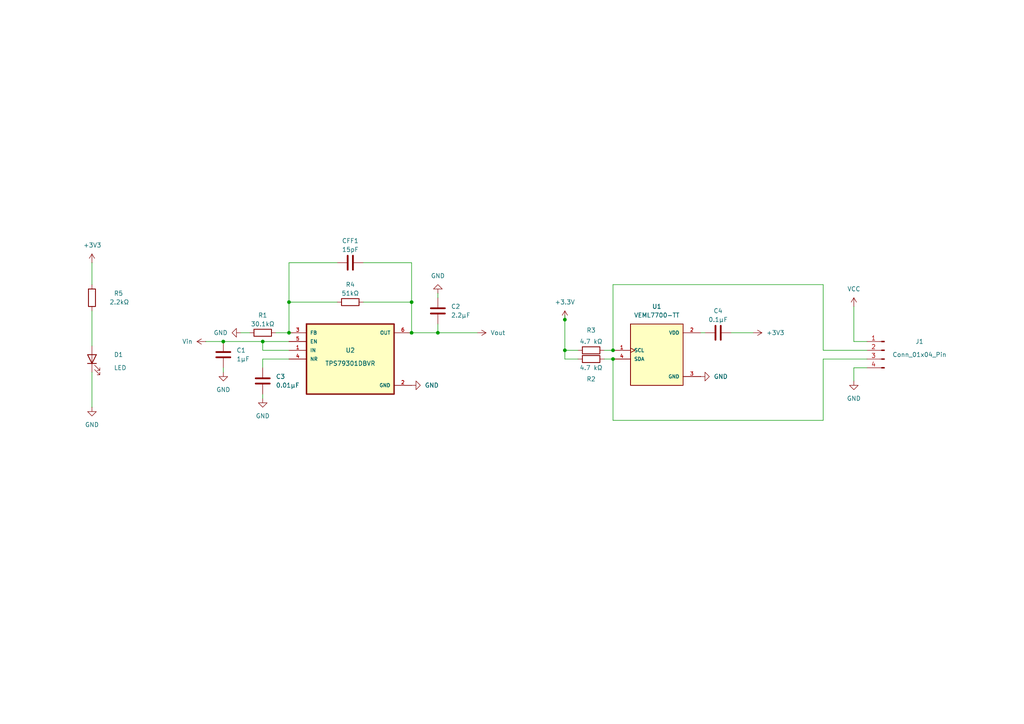
<source format=kicad_sch>
(kicad_sch (version 20250114) (generator "eeschema") (generator_version "9.0")
  (paper "A4")
  (lib_symbols
    (symbol "Connector:Conn_01x04_Pin" (pin_names (offset 1.016) (hide yes))
      (property "Reference" "J1" (at -10.16 2.54 0))
      (property "Value" "Conn_01x04_Pin" (at -10.16 -1.27 0))
      (symbol "Conn_01x04_Pin_1_1"
        (rectangle (start 0.8636 2.667) (end 0 2.413) (stroke (width 0.1524)) (fill (type outline)))
        (rectangle (start 0.8636 0.127) (end 0 -0.127) (stroke (width 0.1524)) (fill (type outline)))
        (rectangle (start 0.8636 -2.413) (end 0 -2.667) (stroke (width 0.1524)) (fill (type outline)))
        (rectangle (start 0.8636 -4.953) (end 0 -5.207) (stroke (width 0.1524)) (fill (type outline)))
        (polyline (pts (xy 1.27 2.54) (xy 0.8636 2.54)) (stroke (width 0.1524)))
        (polyline (pts (xy 1.27 0) (xy 0.8636 0)) (stroke (width 0.1524)))
        (polyline (pts (xy 1.27 -2.54) (xy 0.8636 -2.54)) (stroke (width 0.1524)))
        (polyline (pts (xy 1.27 -5.08) (xy 0.8636 -5.08)) (stroke (width 0.1524)))
        (pin passive line (at 5.08 2.54 180) (length 3.81) (name "VCC") (number "1"))
        (pin passive line (at 5.08 0 180) (length 3.81) (name "SDA") (number "2"))
        (pin passive line (at 5.08 -2.54 180) (length 3.81) (name "SCL") (number "3"))
        (pin passive line (at 5.08 -5.08 180) (length 3.81) (name "GND") (number "4"))
      )
    )
    (symbol "Device:C" (pin_numbers (hide yes)) (pin_names (offset 0.254))
      (property "Reference" "C" (at 0.635 2.54 0))
      (property "Value" "C" (at 0.635 -2.54 0))
      (symbol "C_0_1"
        (polyline (pts (xy -2.032 0.762) (xy 2.032 0.762)) (stroke (width 0.508)))
        (polyline (pts (xy -2.032 -0.762) (xy 2.032 -0.762)) (stroke (width 0.508)))
      )
      (symbol "C_1_1"
        (pin passive line (at 0 3.81 270) (length 2.794) (name "~") (number "1"))
        (pin passive line (at 0 -3.81 90) (length 2.794) (name "~") (number "2"))
      )
    )
    (symbol "Device:LED" (pin_numbers (hide yes)) (pin_names (offset 1.016) (hide yes))
      (property "Reference" "D" (at 0 2.54 0))
      (property "Value" "LED" (at 0 -2.54 0))
      (symbol "LED_0_1"
        (polyline (pts (xy -3.048 -0.762) (xy -4.572 -2.286) (xy -3.81 -2.286) (xy -4.572 -2.286) (xy -4.572 -1.524)))
        (polyline (pts (xy -1.778 -0.762) (xy -3.302 -2.286) (xy -2.54 -2.286) (xy -3.302 -2.286) (xy -3.302 -1.524)))
        (polyline (pts (xy -1.27 0) (xy 1.27 0)))
        (polyline (pts (xy -1.27 -1.27) (xy -1.27 1.27)) (stroke (width 0.254)))
        (polyline (pts (xy 1.27 -1.27) (xy 1.27 1.27) (xy -1.27 0) (xy 1.27 -1.27)) (stroke (width 0.254)))
      )
      (symbol "LED_1_1"
        (pin passive line (at -3.81 0 0) (length 2.54) (name "K") (number "1"))
        (pin passive line (at 3.81 0 180) (length 2.54) (name "A") (number "2"))
      )
    )
    (symbol "Device:R" (pin_numbers (hide yes)) (pin_names (offset 0))
      (property "Reference" "R" (at 2.032 0 90))
      (property "Value" "R" (at 0 0 90))
      (symbol "R_0_1"
        (rectangle (start -1.016 -2.54) (end 1.016 2.54) (stroke (width 0.254)))
      )
      (symbol "R_1_1"
        (pin passive line (at 0 3.81 270) (length 1.27) (name "~") (number "1"))
        (pin passive line (at 0 -3.81 90) (length 1.27) (name "~") (number "2"))
      )
    )
    (symbol "R_1" (pin_numbers (hide yes)) (pin_names (offset 0))
      (property "Reference" "R3" (at 6.35 0 90))
      (symbol "R_1_0_1"
        (rectangle (start -1.016 -2.54) (end 1.016 2.54) (stroke (width 0.254)))
      )
      (symbol "R_1_1_1"
        (pin passive line (at 0 3.81 270) (length 1.27) (name "~") (number "1"))
        (pin passive line (at 0 -3.81 90) (length 1.27) (name "~") (number "2"))
      )
    )
    (symbol "TPS79301DBVR:TPS79301DBVR" (pin_names (offset 1.016))
      (property "Reference" "U2" (at 0 15.24 0))
      (property "Value" "TPS79301DBVR" (at 0 12.7 0))
      (symbol "TPS79301DBVR_0_0"
        (rectangle (start -12.7 -10.16) (end 12.7 10.16) (stroke (width 0.41)) (fill (type background)))
        (pin input line (at -17.78 2.54 0) (length 5.08) (name "IN") (number "1"))
        (pin input line (at -17.78 0 0) (length 5.08) (name "NR") (number "4"))
        (pin output line (at 17.78 7.62 180) (length 5.08) (name "OUT") (number "6"))
        (pin power_in line (at 17.78 -7.62 180) (length 5.08) (name "GND") (number "2"))
      )
      (symbol "TPS79301DBVR_1_0"
        (pin input line (at -17.78 7.62 0) (length 5.08) (name "FB") (number "3"))
        (pin input line (at -17.78 5.08 0) (length 5.08) (name "EN") (number "5"))
      )
    )
    (symbol "VEML7700-TT:VEML7700-TT" (pin_names (offset 1.016))
      (property "Reference" "U" (at -7.62 10.795 0))
      (property "Value" "VEML7700-TT" (at -7.62 -10.16 0))
      (symbol "VEML7700-TT_0_0"
        (rectangle (start -7.62 -7.62) (end 7.62 10.16) (stroke (width 0.254)) (fill (type background)))
        (pin input clock (at -12.7 2.54 0) (length 5.08) (name "SCL") (number "1"))
        (pin bidirectional line (at -12.7 0 0) (length 5.08) (name "SDA") (number "4"))
        (pin power_in line (at 12.7 7.62 180) (length 5.08) (name "VDD") (number "2"))
        (pin power_in line (at 12.7 -5.08 180) (length 5.08) (name "GND") (number "3"))
      )
    )
    (symbol "power:+3.3V" (power) (pin_numbers (hide yes)) (pin_names (offset 0) (hide yes))
      (property "Value" "+3.3V" (at 0 3.556 0))
      (symbol "+3.3V_0_1"
        (polyline (pts (xy -0.762 1.27) (xy 0 2.54)))
        (polyline (pts (xy 0 2.54) (xy 0.762 1.27)))
        (polyline (pts (xy 0 0) (xy 0 2.54)))
      )
      (symbol "+3.3V_1_1"
        (pin power_in line (at 0 0 90) (length 0) (name "~") (number "1"))
      )
    )
    (symbol "power:+3V3" (power) (pin_numbers (hide yes)) (pin_names (offset 0) (hide yes))
      (property "Value" "+3V3" (at 0 3.556 0))
      (symbol "+3V3_0_1"
        (polyline (pts (xy -0.762 1.27) (xy 0 2.54)))
        (polyline (pts (xy 0 2.54) (xy 0.762 1.27)))
        (polyline (pts (xy 0 0) (xy 0 2.54)))
      )
      (symbol "+3V3_1_1"
        (pin power_in line (at 0 0 90) (length 0) (name "~") (number "1"))
      )
    )
    (symbol "power:GND" (power) (pin_numbers (hide yes)) (pin_names (offset 0) (hide yes))
      (property "Value" "GND" (at 0 -3.81 0))
      (symbol "GND_0_1"
        (polyline (pts (xy 0 0) (xy 0 -1.27) (xy 1.27 -1.27) (xy 0 -2.54) (xy -1.27 -1.27) (xy 0 -1.27)))
      )
      (symbol "GND_1_1"
        (pin power_in line (at 0 0 270) (length 0) (name "~") (number "1"))
      )
    )
  )
  (junction (at 64.77 99.06))
  (junction (at 76.2 99.06))
  (junction (at 177.8 104.14))
  (junction (at 163.83 101.6))
  (junction (at 83.82 96.52))
  (junction (at 119.38 96.52))
  (junction (at 119.38 87.63))
  (junction (at 163.83 92.71))
  (junction (at 127 96.52))
  (junction (at 177.8 101.6))
  (junction (at 83.82 87.63))
  (wire (pts (xy 175.26 104.14) (xy 177.8 104.14)))
  (wire (pts (xy 105.41 87.63) (xy 119.38 87.63)))
  (wire (pts (xy 76.2 104.14) (xy 76.2 106.68)))
  (wire (pts (xy 85.09 96.52) (xy 83.82 96.52)))
  (wire (pts (xy 238.76 101.6) (xy 251.46 101.6)))
  (wire (pts (xy 97.79 87.63) (xy 83.82 87.63)))
  (wire (pts (xy 127 93.98) (xy 127 96.52)))
  (wire (pts (xy 118.11 96.52) (xy 119.38 96.52)))
  (wire (pts (xy 76.2 99.06) (xy 83.82 99.06)))
  (wire (pts (xy 238.76 104.14) (xy 251.46 104.14)))
  (wire (pts (xy 80.01 96.52) (xy 83.82 96.52)))
  (wire (pts (xy 69.85 96.52) (xy 72.39 96.52)))
  (wire (pts (xy 163.83 104.14) (xy 167.64 104.14)))
  (wire (pts (xy 76.2 115.57) (xy 76.2 114.3)))
  (wire (pts (xy 26.67 90.17) (xy 26.67 100.33)))
  (wire (pts (xy 238.76 121.92) (xy 177.8 121.92)))
  (wire (pts (xy 64.77 107.95) (xy 64.77 106.68)))
  (wire (pts (xy 175.26 101.6) (xy 177.8 101.6)))
  (wire (pts (xy 238.76 82.55) (xy 177.8 82.55)))
  (wire (pts (xy 163.83 92.71) (xy 163.83 101.6)))
  (wire (pts (xy 76.2 101.6) (xy 76.2 99.06)))
  (wire (pts (xy 76.2 104.14) (xy 83.82 104.14)))
  (wire (pts (xy 251.46 99.06) (xy 247.65 99.06)))
  (wire (pts (xy 204.47 96.52) (xy 203.2 96.52)))
  (wire (pts (xy 177.8 104.14) (xy 177.8 121.92)))
  (wire (pts (xy 119.38 96.52) (xy 127 96.52)))
  (wire (pts (xy 163.83 101.6) (xy 163.83 104.14)))
  (wire (pts (xy 83.82 76.2) (xy 83.82 87.63)))
  (wire (pts (xy 97.79 76.2) (xy 83.82 76.2)))
  (wire (pts (xy 163.83 91.44) (xy 163.83 92.71)))
  (wire (pts (xy 247.65 110.49) (xy 247.65 106.68)))
  (wire (pts (xy 238.76 101.6) (xy 238.76 82.55)))
  (wire (pts (xy 105.41 76.2) (xy 119.38 76.2)))
  (wire (pts (xy 167.64 101.6) (xy 163.83 101.6)))
  (wire (pts (xy 26.67 107.95) (xy 26.67 118.11)))
  (wire (pts (xy 26.67 76.2) (xy 26.67 82.55)))
  (wire (pts (xy 83.82 101.6) (xy 76.2 101.6)))
  (wire (pts (xy 247.65 106.68) (xy 251.46 106.68)))
  (wire (pts (xy 59.69 99.06) (xy 64.77 99.06)))
  (wire (pts (xy 119.38 76.2) (xy 119.38 87.63)))
  (wire (pts (xy 212.09 96.52) (xy 218.44 96.52)))
  (wire (pts (xy 83.82 87.63) (xy 83.82 96.52)))
  (wire (pts (xy 127 96.52) (xy 138.43 96.52)))
  (wire (pts (xy 127 85.09) (xy 127 86.36)))
  (wire (pts (xy 119.38 87.63) (xy 119.38 96.52)))
  (wire (pts (xy 238.76 104.14) (xy 238.76 121.92)))
  (wire (pts (xy 177.8 82.55) (xy 177.8 101.6)))
  (wire (pts (xy 64.77 99.06) (xy 76.2 99.06)))
  (wire (pts (xy 247.65 99.06) (xy 247.65 88.9)))
  (symbol (lib_id "power:GND") (at 64.77 107.95 0) (unit 1)
    (property "Reference" "#PWR07" (effects (hide yes)))
    (property "Value" "GND" (at 64.77 113.03 0))
    (property "Description" "Power symbol creates a global label with name \"GND\" , ground" (effects (hide yes)))
  )
  (symbol (lib_name "R_1") (lib_id "Device:R") (at 171.45 101.6 90) (unit 1)
    (property "Reference" "R3" (at 171.45 96.52 90) (effects (justify top)))
    (property "Value" "4.7 kΩ" (at 171.45 99.06 90))
    (property "Footprint" "Resistor_SMD:R_0603_1608Metric_Pad0.98x0.95mm_HandSolder" (effects (hide yes)))
    (property "Description" "Resistor" (effects (hide yes)))
  )
  (symbol (lib_id "Device:LED") (at 26.67 104.14 90) (unit 1)
    (property "Reference" "D1" (at 33.02 102.87 90) (effects (justify right)))
    (property "Value" "LED" (at 33.02 106.68 90) (effects (justify right)))
    (property "Footprint" "LED_SMD:LED_0603_1608Metric_Pad1.05x0.95mm_HandSolder" (effects (hide yes)))
    (property "Description" "Light emitting diode" (effects (hide yes)))
    (property "Sim.Pins" "1=K 2=A" (effects (hide yes)))
  )
  (symbol (lib_id "power:GND") (at 203.2 109.22 90) (unit 1)
    (property "Reference" "#PWR01" (effects (hide yes)))
    (property "Value" "GND" (at 207.01 109.2199 90) (effects (justify right)))
    (property "Description" "Power symbol creates a global label with name \"GND\" , ground" (effects (hide yes)))
  )
  (symbol (lib_id "Connector:Conn_01x04_Pin") (at 256.54 101.6 0) (mirror y) (unit 1)
    (property "Reference" "J1" (at 266.7 99.06 0))
    (property "Value" "Conn_01x04_Pin" (at 266.7 102.87 0))
    (property "Footprint" "Connector_PinSocket_2.54mm:PinSocket_1x04_P2.54mm_Vertical" (effects (hide yes)))
    (property "Description" "Generic connector, single row, 01x04, script generated" (effects (hide yes)))
  )
  (symbol (lib_id "Device:R") (at 26.67 86.36 0) (unit 1)
    (property "Reference" "R5" (at 33.02 85.09 0) (effects (justify left)))
    (property "Value" "2.2kΩ" (at 31.75 87.63 0) (effects (justify left)))
    (property "Footprint" "Resistor_SMD:R_0603_1608Metric_Pad0.98x0.95mm_HandSolder" (effects (hide yes)))
    (property "Description" "Resistor" (effects (hide yes)))
  )
  (symbol (lib_id "power:GND") (at 26.67 118.11 0) (unit 1)
    (property "Reference" "#PWR010" (effects (hide yes)))
    (property "Value" "GND" (at 26.67 123.19 0))
    (property "Description" "Power symbol creates a global label with name \"GND\" , ground" (effects (hide yes)))
  )
  (symbol (lib_id "power:+3V3") (at 218.44 96.52 270) (unit 1)
    (property "Reference" "#PWR013" (effects (hide yes)))
    (property "Value" "+3V3" (at 222.25 96.5199 90) (effects (justify left)))
    (property "Description" "Power symbol creates a global label with name \"+3V3\"" (effects (hide yes)))
  )
  (symbol (lib_id "power:GND") (at 76.2 115.57 0) (unit 1)
    (property "Reference" "#PWR06" (effects (hide yes)))
    (property "Value" "GND" (at 76.2 120.65 0))
    (property "Description" "Power symbol creates a global label with name \"GND\" , ground" (effects (hide yes)))
  )
  (symbol (lib_id "Device:C") (at 208.28 96.52 90) (unit 1)
    (property "Reference" "C4" (at 208.28 90.17 90))
    (property "Value" "0.1µF" (at 208.28 92.71 90))
    (property "Footprint" "Capacitor_SMD:C_0603_1608Metric_Pad1.08x0.95mm_HandSolder" (effects (hide yes)))
    (property "Description" "Unpolarized capacitor" (effects (hide yes)))
  )
  (symbol (lib_id "TPS79301DBVR:TPS79301DBVR") (at 101.6 104.14 0) (unit 1)
    (property "Reference" "U2" (at 101.6 101.6 0))
    (property "Value" "TPS79301DBVR" (at 101.6 105.41 0))
    (property "Footprint" "TPS79301:DBV6" (effects (hide yes)))
    (property "MF" "Texas Instruments" (effects (hide yes)))
    (property "Description_1" "200-mA, low-dropout voltage regulator with enable" (effects (hide yes)))
    (property "Package" "SOT-23-6 Texas Instruments" (effects (hide yes)))
    (property "Price" "None" (effects (hide yes)))
    (property "SnapEDA_Link" "https://www.snapeda.com/parts/TPS79301DBVR/Texas+Instruments/view-part/?ref=snap" (effects (hide yes)))
    (property "MP" "TPS79301DBVR" (effects (hide yes)))
    (property "Availability" "In Stock" (effects (hide yes)))
    (property "Check_prices" "https://www.snapeda.com/parts/TPS79301DBVR/Texas+Instruments/view-part/?ref=eda" (effects (hide yes)))
  )
  (symbol (lib_id "power:GND") (at 69.85 96.52 270) (unit 1)
    (property "Reference" "#PWR08" (effects (hide yes)))
    (property "Value" "GND" (at 66.04 96.5199 90) (effects (justify right)))
    (property "Description" "Power symbol creates a global label with name \"GND\" , ground" (effects (hide yes)))
  )
  (symbol (lib_id "power:+3V3") (at 247.65 88.9 0) (unit 1)
    (property "Reference" "#PWR014" (effects (hide yes)))
    (property "Value" "VCC" (at 247.65 83.82 0))
    (property "Description" "Power symbol creates a global label with name \"+3V3\"" (effects (hide yes)))
  )
  (symbol (lib_id "Device:C") (at 76.2 110.49 0) (unit 1)
    (property "Reference" "C3" (at 80.01 109.2199 0) (effects (justify left)))
    (property "Value" "0.01µF" (at 80.01 111.7599 0) (effects (justify left)))
    (property "Footprint" "Capacitor_SMD:C_0603_1608Metric_Pad1.08x0.95mm_HandSolder" (effects (hide yes)))
    (property "Description" "Unpolarized capacitor" (effects (hide yes)))
  )
  (symbol (lib_id "power:+3V3") (at 26.67 76.2 0) (unit 1)
    (property "Reference" "#PWR02" (effects (hide yes)))
    (property "Value" "+3V3" (at 24.13 71.12 0) (effects (justify left)))
    (property "Description" "Power symbol creates a global label with name \"+3V3\"" (effects (hide yes)))
  )
  (symbol (lib_id "Device:C") (at 101.6 76.2 90) (unit 1)
    (property "Reference" "CFF1" (at 101.6 69.85 90))
    (property "Value" "15pF" (at 101.6 72.39 90))
    (property "Footprint" "Capacitor_SMD:C_0603_1608Metric_Pad1.08x0.95mm_HandSolder" (effects (hide yes)))
    (property "Description" "Unpolarized capacitor" (effects (hide yes)))
  )
  (symbol (lib_id "power:GND") (at 127 85.09 180) (unit 1)
    (property "Reference" "#PWR09" (effects (hide yes)))
    (property "Value" "GND" (at 127 80.01 0))
    (property "Description" "Power symbol creates a global label with name \"GND\" , ground" (effects (hide yes)))
  )
  (symbol (lib_id "power:+3V3") (at 138.43 96.52 270) (unit 1)
    (property "Reference" "#PWR011" (effects (hide yes)))
    (property "Value" "Vout" (at 142.24 96.5199 90) (effects (justify left)))
    (property "Description" "Power symbol creates a global label with name \"+3V3\"" (effects (hide yes)))
  )
  (symbol (lib_id "Device:R") (at 76.2 96.52 90) (unit 1)
    (property "Reference" "R1" (at 76.2 91.44 90))
    (property "Value" "30.1kΩ" (at 76.2 93.98 90))
    (property "Footprint" "Resistor_SMD:R_0603_1608Metric_Pad0.98x0.95mm_HandSolder" (effects (hide yes)))
    (property "Description" "Resistor" (effects (hide yes)))
  )
  (symbol (lib_id "power:+3V3") (at 59.69 99.06 90) (unit 1)
    (property "Reference" "#PWR03" (effects (hide yes)))
    (property "Value" "Vin" (at 55.88 99.0599 90) (effects (justify left)))
    (property "Description" "Power symbol creates a global label with name \"+3V3\"" (effects (hide yes)))
  )
  (symbol (lib_id "Device:R") (at 101.6 87.63 90) (unit 1)
    (property "Reference" "R4" (at 101.6 82.55 90))
    (property "Value" "51kΩ" (at 101.6 85.09 90))
    (property "Footprint" "Resistor_SMD:R_0603_1608Metric_Pad0.98x0.95mm_HandSolder" (effects (hide yes)))
    (property "Description" "Resistor" (effects (hide yes)))
  )
  (symbol (lib_id "Device:C") (at 127 90.17 0) (unit 1)
    (property "Reference" "C2" (at 130.81 88.8999 0) (effects (justify left)))
    (property "Value" "2.2µF" (at 130.81 91.4399 0) (effects (justify left)))
    (property "Footprint" "Capacitor_SMD:C_0603_1608Metric_Pad1.08x0.95mm_HandSolder" (effects (hide yes)))
    (property "Description" "Unpolarized capacitor" (effects (hide yes)))
  )
  (symbol (lib_id "Device:R") (at 171.45 104.14 90) (mirror x) (unit 1)
    (property "Reference" "R2" (at 171.45 109.22 90) (effects (justify top)))
    (property "Value" "4.7 kΩ" (at 171.45 106.68 90))
    (property "Footprint" "Resistor_SMD:R_0603_1608Metric_Pad0.98x0.95mm_HandSolder" (effects (hide yes)))
    (property "Description" "Resistor" (effects (hide yes)))
  )
  (symbol (lib_id "power:+3.3V") (at 163.83 92.71 0) (unit 1)
    (property "Reference" "#PWR012" (effects (hide yes)))
    (property "Value" "+3.3V" (at 163.83 87.63 0))
    (property "Description" "Power symbol creates a global label with name \"+3.3V\"" (effects (hide yes)))
  )
  (symbol (lib_id "power:GND") (at 119.38 111.76 90) (unit 1)
    (property "Reference" "#PWR05" (effects (hide yes)))
    (property "Value" "GND" (at 123.19 111.7599 90) (effects (justify right)))
    (property "Description" "Power symbol creates a global label with name \"GND\" , ground" (effects (hide yes)))
  )
  (symbol (lib_id "power:GND") (at 247.65 110.49 0) (mirror y) (unit 1)
    (property "Reference" "#PWR04" (effects (hide yes)))
    (property "Value" "GND" (at 247.65 115.57 0))
    (property "Description" "Power symbol creates a global label with name \"GND\" , ground" (effects (hide yes)))
  )
  (symbol (lib_id "VEML7700-TT:VEML7700-TT") (at 190.5 104.14 0) (unit 1)
    (property "Reference" "U1" (at 190.5 88.9 0))
    (property "Value" "VEML7700-TT" (at 190.5 91.44 0))
    (property "Footprint" "VEML:SMT_L7700-TT_VIS" (effects (hide yes)))
    (property "MF" "Vishay Semiconductor" (effects (hide yes)))
    (property "MAXIMUM_PACKAGE_HEIGHT" "2.35 mm" (effects (hide yes)))
    (property "Package" "SMD-4 Vishay Semiconductor" (effects (hide yes)))
    (property "Price" "None" (effects (hide yes)))
    (property "Check_prices" "https://www.snapeda.com/parts/VEML7700-TT/Vishay/view-part/?ref=eda" (effects (hide yes)))
    (property "STANDARD" "Manufacturer Recommendations" (effects (hide yes)))
    (property "PARTREV" "1.6" (effects (hide yes)))
    (property "SnapEDA_Link" "https://www.snapeda.com/parts/VEML7700-TT/Vishay/view-part/?ref=snap" (effects (hide yes)))
    (property "MP" "VEML7700-TT" (effects (hide yes)))
    (property "Description_1" "Optical Sensor Ambient - I²C 4-SMD, J-Lead" (effects (hide yes)))
    (property "MANUFACTURER" "Vishay" (effects (hide yes)))
    (property "Availability" "In Stock" (effects (hide yes)))
    (property "SNAPEDA_PN" "VEML7700-TT" (effects (hide yes)))
  )
  (symbol (lib_id "Device:C") (at 64.77 102.87 0) (unit 1)
    (property "Reference" "C1" (at 68.58 101.5999 0) (effects (justify left)))
    (property "Value" "1µF" (at 68.58 104.1399 0) (effects (justify left)))
    (property "Footprint" "Resistor_SMD:R_0603_1608Metric_Pad0.98x0.95mm_HandSolder" (effects (hide yes)))
    (property "Description" "Unpolarized capacitor" (effects (hide yes)))
  )
)
</source>
